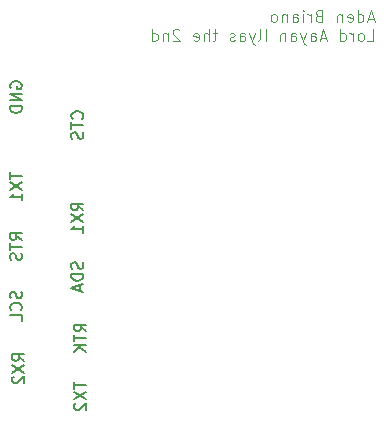
<source format=gbr>
%TF.GenerationSoftware,KiCad,Pcbnew,9.0.3*%
%TF.CreationDate,2026-02-04T18:41:09-06:00*%
%TF.ProjectId,pcblunarroverrfd900x modem,7063626c-756e-4617-9272-6f7665727266,rev?*%
%TF.SameCoordinates,Original*%
%TF.FileFunction,Legend,Bot*%
%TF.FilePolarity,Positive*%
%FSLAX46Y46*%
G04 Gerber Fmt 4.6, Leading zero omitted, Abs format (unit mm)*
G04 Created by KiCad (PCBNEW 9.0.3) date 2026-02-04 18:41:09*
%MOMM*%
%LPD*%
G01*
G04 APERTURE LIST*
%ADD10C,0.150000*%
%ADD11C,0.100000*%
G04 APERTURE END LIST*
D10*
X29824833Y-42707954D02*
X29872453Y-42660335D01*
X29872453Y-42660335D02*
X29920072Y-42517478D01*
X29920072Y-42517478D02*
X29920072Y-42422240D01*
X29920072Y-42422240D02*
X29872453Y-42279383D01*
X29872453Y-42279383D02*
X29777214Y-42184145D01*
X29777214Y-42184145D02*
X29681976Y-42136526D01*
X29681976Y-42136526D02*
X29491500Y-42088907D01*
X29491500Y-42088907D02*
X29348643Y-42088907D01*
X29348643Y-42088907D02*
X29158167Y-42136526D01*
X29158167Y-42136526D02*
X29062929Y-42184145D01*
X29062929Y-42184145D02*
X28967691Y-42279383D01*
X28967691Y-42279383D02*
X28920072Y-42422240D01*
X28920072Y-42422240D02*
X28920072Y-42517478D01*
X28920072Y-42517478D02*
X28967691Y-42660335D01*
X28967691Y-42660335D02*
X29015310Y-42707954D01*
X28920072Y-42993669D02*
X28920072Y-43565097D01*
X29920072Y-43279383D02*
X28920072Y-43279383D01*
X29872453Y-43850812D02*
X29920072Y-43993669D01*
X29920072Y-43993669D02*
X29920072Y-44231764D01*
X29920072Y-44231764D02*
X29872453Y-44327002D01*
X29872453Y-44327002D02*
X29824833Y-44374621D01*
X29824833Y-44374621D02*
X29729595Y-44422240D01*
X29729595Y-44422240D02*
X29634357Y-44422240D01*
X29634357Y-44422240D02*
X29539119Y-44374621D01*
X29539119Y-44374621D02*
X29491500Y-44327002D01*
X29491500Y-44327002D02*
X29443881Y-44231764D01*
X29443881Y-44231764D02*
X29396262Y-44041288D01*
X29396262Y-44041288D02*
X29348643Y-43946050D01*
X29348643Y-43946050D02*
X29301024Y-43898431D01*
X29301024Y-43898431D02*
X29205786Y-43850812D01*
X29205786Y-43850812D02*
X29110548Y-43850812D01*
X29110548Y-43850812D02*
X29015310Y-43898431D01*
X29015310Y-43898431D02*
X28967691Y-43946050D01*
X28967691Y-43946050D02*
X28920072Y-44041288D01*
X28920072Y-44041288D02*
X28920072Y-44279383D01*
X28920072Y-44279383D02*
X28967691Y-44422240D01*
X23720072Y-47243669D02*
X23720072Y-47815097D01*
X24720072Y-47529383D02*
X23720072Y-47529383D01*
X23720072Y-48053193D02*
X24720072Y-48719859D01*
X23720072Y-48719859D02*
X24720072Y-48053193D01*
X24720072Y-49624621D02*
X24720072Y-49053193D01*
X24720072Y-49338907D02*
X23720072Y-49338907D01*
X23720072Y-49338907D02*
X23862929Y-49243669D01*
X23862929Y-49243669D02*
X23958167Y-49148431D01*
X23958167Y-49148431D02*
X24005786Y-49053193D01*
X29920072Y-50457954D02*
X29443881Y-50124621D01*
X29920072Y-49886526D02*
X28920072Y-49886526D01*
X28920072Y-49886526D02*
X28920072Y-50267478D01*
X28920072Y-50267478D02*
X28967691Y-50362716D01*
X28967691Y-50362716D02*
X29015310Y-50410335D01*
X29015310Y-50410335D02*
X29110548Y-50457954D01*
X29110548Y-50457954D02*
X29253405Y-50457954D01*
X29253405Y-50457954D02*
X29348643Y-50410335D01*
X29348643Y-50410335D02*
X29396262Y-50362716D01*
X29396262Y-50362716D02*
X29443881Y-50267478D01*
X29443881Y-50267478D02*
X29443881Y-49886526D01*
X28920072Y-50791288D02*
X29920072Y-51457954D01*
X28920072Y-51457954D02*
X29920072Y-50791288D01*
X29920072Y-52362716D02*
X29920072Y-51791288D01*
X29920072Y-52077002D02*
X28920072Y-52077002D01*
X28920072Y-52077002D02*
X29062929Y-51981764D01*
X29062929Y-51981764D02*
X29158167Y-51886526D01*
X29158167Y-51886526D02*
X29205786Y-51791288D01*
X29872453Y-54838907D02*
X29920072Y-54981764D01*
X29920072Y-54981764D02*
X29920072Y-55219859D01*
X29920072Y-55219859D02*
X29872453Y-55315097D01*
X29872453Y-55315097D02*
X29824833Y-55362716D01*
X29824833Y-55362716D02*
X29729595Y-55410335D01*
X29729595Y-55410335D02*
X29634357Y-55410335D01*
X29634357Y-55410335D02*
X29539119Y-55362716D01*
X29539119Y-55362716D02*
X29491500Y-55315097D01*
X29491500Y-55315097D02*
X29443881Y-55219859D01*
X29443881Y-55219859D02*
X29396262Y-55029383D01*
X29396262Y-55029383D02*
X29348643Y-54934145D01*
X29348643Y-54934145D02*
X29301024Y-54886526D01*
X29301024Y-54886526D02*
X29205786Y-54838907D01*
X29205786Y-54838907D02*
X29110548Y-54838907D01*
X29110548Y-54838907D02*
X29015310Y-54886526D01*
X29015310Y-54886526D02*
X28967691Y-54934145D01*
X28967691Y-54934145D02*
X28920072Y-55029383D01*
X28920072Y-55029383D02*
X28920072Y-55267478D01*
X28920072Y-55267478D02*
X28967691Y-55410335D01*
X29920072Y-55838907D02*
X28920072Y-55838907D01*
X28920072Y-55838907D02*
X28920072Y-56077002D01*
X28920072Y-56077002D02*
X28967691Y-56219859D01*
X28967691Y-56219859D02*
X29062929Y-56315097D01*
X29062929Y-56315097D02*
X29158167Y-56362716D01*
X29158167Y-56362716D02*
X29348643Y-56410335D01*
X29348643Y-56410335D02*
X29491500Y-56410335D01*
X29491500Y-56410335D02*
X29681976Y-56362716D01*
X29681976Y-56362716D02*
X29777214Y-56315097D01*
X29777214Y-56315097D02*
X29872453Y-56219859D01*
X29872453Y-56219859D02*
X29920072Y-56077002D01*
X29920072Y-56077002D02*
X29920072Y-55838907D01*
X29634357Y-56791288D02*
X29634357Y-57267478D01*
X29920072Y-56696050D02*
X28920072Y-57029383D01*
X28920072Y-57029383D02*
X29920072Y-57362716D01*
X23767691Y-40110335D02*
X23720072Y-40015097D01*
X23720072Y-40015097D02*
X23720072Y-39872240D01*
X23720072Y-39872240D02*
X23767691Y-39729383D01*
X23767691Y-39729383D02*
X23862929Y-39634145D01*
X23862929Y-39634145D02*
X23958167Y-39586526D01*
X23958167Y-39586526D02*
X24148643Y-39538907D01*
X24148643Y-39538907D02*
X24291500Y-39538907D01*
X24291500Y-39538907D02*
X24481976Y-39586526D01*
X24481976Y-39586526D02*
X24577214Y-39634145D01*
X24577214Y-39634145D02*
X24672453Y-39729383D01*
X24672453Y-39729383D02*
X24720072Y-39872240D01*
X24720072Y-39872240D02*
X24720072Y-39967478D01*
X24720072Y-39967478D02*
X24672453Y-40110335D01*
X24672453Y-40110335D02*
X24624833Y-40157954D01*
X24624833Y-40157954D02*
X24291500Y-40157954D01*
X24291500Y-40157954D02*
X24291500Y-39967478D01*
X24720072Y-40586526D02*
X23720072Y-40586526D01*
X23720072Y-40586526D02*
X24720072Y-41157954D01*
X24720072Y-41157954D02*
X23720072Y-41157954D01*
X24720072Y-41634145D02*
X23720072Y-41634145D01*
X23720072Y-41634145D02*
X23720072Y-41872240D01*
X23720072Y-41872240D02*
X23767691Y-42015097D01*
X23767691Y-42015097D02*
X23862929Y-42110335D01*
X23862929Y-42110335D02*
X23958167Y-42157954D01*
X23958167Y-42157954D02*
X24148643Y-42205573D01*
X24148643Y-42205573D02*
X24291500Y-42205573D01*
X24291500Y-42205573D02*
X24481976Y-42157954D01*
X24481976Y-42157954D02*
X24577214Y-42110335D01*
X24577214Y-42110335D02*
X24672453Y-42015097D01*
X24672453Y-42015097D02*
X24720072Y-41872240D01*
X24720072Y-41872240D02*
X24720072Y-41634145D01*
X30170072Y-60707954D02*
X29693881Y-60374621D01*
X30170072Y-60136526D02*
X29170072Y-60136526D01*
X29170072Y-60136526D02*
X29170072Y-60517478D01*
X29170072Y-60517478D02*
X29217691Y-60612716D01*
X29217691Y-60612716D02*
X29265310Y-60660335D01*
X29265310Y-60660335D02*
X29360548Y-60707954D01*
X29360548Y-60707954D02*
X29503405Y-60707954D01*
X29503405Y-60707954D02*
X29598643Y-60660335D01*
X29598643Y-60660335D02*
X29646262Y-60612716D01*
X29646262Y-60612716D02*
X29693881Y-60517478D01*
X29693881Y-60517478D02*
X29693881Y-60136526D01*
X29170072Y-60993669D02*
X29170072Y-61565097D01*
X30170072Y-61279383D02*
X29170072Y-61279383D01*
X30170072Y-61898431D02*
X29170072Y-61898431D01*
X30170072Y-62469859D02*
X29598643Y-62041288D01*
X29170072Y-62469859D02*
X29741500Y-61898431D01*
X24720072Y-52957954D02*
X24243881Y-52624621D01*
X24720072Y-52386526D02*
X23720072Y-52386526D01*
X23720072Y-52386526D02*
X23720072Y-52767478D01*
X23720072Y-52767478D02*
X23767691Y-52862716D01*
X23767691Y-52862716D02*
X23815310Y-52910335D01*
X23815310Y-52910335D02*
X23910548Y-52957954D01*
X23910548Y-52957954D02*
X24053405Y-52957954D01*
X24053405Y-52957954D02*
X24148643Y-52910335D01*
X24148643Y-52910335D02*
X24196262Y-52862716D01*
X24196262Y-52862716D02*
X24243881Y-52767478D01*
X24243881Y-52767478D02*
X24243881Y-52386526D01*
X23720072Y-53243669D02*
X23720072Y-53815097D01*
X24720072Y-53529383D02*
X23720072Y-53529383D01*
X24672453Y-54100812D02*
X24720072Y-54243669D01*
X24720072Y-54243669D02*
X24720072Y-54481764D01*
X24720072Y-54481764D02*
X24672453Y-54577002D01*
X24672453Y-54577002D02*
X24624833Y-54624621D01*
X24624833Y-54624621D02*
X24529595Y-54672240D01*
X24529595Y-54672240D02*
X24434357Y-54672240D01*
X24434357Y-54672240D02*
X24339119Y-54624621D01*
X24339119Y-54624621D02*
X24291500Y-54577002D01*
X24291500Y-54577002D02*
X24243881Y-54481764D01*
X24243881Y-54481764D02*
X24196262Y-54291288D01*
X24196262Y-54291288D02*
X24148643Y-54196050D01*
X24148643Y-54196050D02*
X24101024Y-54148431D01*
X24101024Y-54148431D02*
X24005786Y-54100812D01*
X24005786Y-54100812D02*
X23910548Y-54100812D01*
X23910548Y-54100812D02*
X23815310Y-54148431D01*
X23815310Y-54148431D02*
X23767691Y-54196050D01*
X23767691Y-54196050D02*
X23720072Y-54291288D01*
X23720072Y-54291288D02*
X23720072Y-54529383D01*
X23720072Y-54529383D02*
X23767691Y-54672240D01*
X29170072Y-64993669D02*
X29170072Y-65565097D01*
X30170072Y-65279383D02*
X29170072Y-65279383D01*
X29170072Y-65803193D02*
X30170072Y-66469859D01*
X29170072Y-66469859D02*
X30170072Y-65803193D01*
X29265310Y-66803193D02*
X29217691Y-66850812D01*
X29217691Y-66850812D02*
X29170072Y-66946050D01*
X29170072Y-66946050D02*
X29170072Y-67184145D01*
X29170072Y-67184145D02*
X29217691Y-67279383D01*
X29217691Y-67279383D02*
X29265310Y-67327002D01*
X29265310Y-67327002D02*
X29360548Y-67374621D01*
X29360548Y-67374621D02*
X29455786Y-67374621D01*
X29455786Y-67374621D02*
X29598643Y-67327002D01*
X29598643Y-67327002D02*
X30170072Y-66755574D01*
X30170072Y-66755574D02*
X30170072Y-67374621D01*
X24672453Y-57338907D02*
X24720072Y-57481764D01*
X24720072Y-57481764D02*
X24720072Y-57719859D01*
X24720072Y-57719859D02*
X24672453Y-57815097D01*
X24672453Y-57815097D02*
X24624833Y-57862716D01*
X24624833Y-57862716D02*
X24529595Y-57910335D01*
X24529595Y-57910335D02*
X24434357Y-57910335D01*
X24434357Y-57910335D02*
X24339119Y-57862716D01*
X24339119Y-57862716D02*
X24291500Y-57815097D01*
X24291500Y-57815097D02*
X24243881Y-57719859D01*
X24243881Y-57719859D02*
X24196262Y-57529383D01*
X24196262Y-57529383D02*
X24148643Y-57434145D01*
X24148643Y-57434145D02*
X24101024Y-57386526D01*
X24101024Y-57386526D02*
X24005786Y-57338907D01*
X24005786Y-57338907D02*
X23910548Y-57338907D01*
X23910548Y-57338907D02*
X23815310Y-57386526D01*
X23815310Y-57386526D02*
X23767691Y-57434145D01*
X23767691Y-57434145D02*
X23720072Y-57529383D01*
X23720072Y-57529383D02*
X23720072Y-57767478D01*
X23720072Y-57767478D02*
X23767691Y-57910335D01*
X24624833Y-58910335D02*
X24672453Y-58862716D01*
X24672453Y-58862716D02*
X24720072Y-58719859D01*
X24720072Y-58719859D02*
X24720072Y-58624621D01*
X24720072Y-58624621D02*
X24672453Y-58481764D01*
X24672453Y-58481764D02*
X24577214Y-58386526D01*
X24577214Y-58386526D02*
X24481976Y-58338907D01*
X24481976Y-58338907D02*
X24291500Y-58291288D01*
X24291500Y-58291288D02*
X24148643Y-58291288D01*
X24148643Y-58291288D02*
X23958167Y-58338907D01*
X23958167Y-58338907D02*
X23862929Y-58386526D01*
X23862929Y-58386526D02*
X23767691Y-58481764D01*
X23767691Y-58481764D02*
X23720072Y-58624621D01*
X23720072Y-58624621D02*
X23720072Y-58719859D01*
X23720072Y-58719859D02*
X23767691Y-58862716D01*
X23767691Y-58862716D02*
X23815310Y-58910335D01*
X24720072Y-59815097D02*
X24720072Y-59338907D01*
X24720072Y-59338907D02*
X23720072Y-59338907D01*
D11*
X54493987Y-34226507D02*
X54017797Y-34226507D01*
X54589225Y-34512222D02*
X54255892Y-33512222D01*
X54255892Y-33512222D02*
X53922559Y-34512222D01*
X53160654Y-34512222D02*
X53160654Y-33512222D01*
X53160654Y-34464603D02*
X53255892Y-34512222D01*
X53255892Y-34512222D02*
X53446368Y-34512222D01*
X53446368Y-34512222D02*
X53541606Y-34464603D01*
X53541606Y-34464603D02*
X53589225Y-34416983D01*
X53589225Y-34416983D02*
X53636844Y-34321745D01*
X53636844Y-34321745D02*
X53636844Y-34036031D01*
X53636844Y-34036031D02*
X53589225Y-33940793D01*
X53589225Y-33940793D02*
X53541606Y-33893174D01*
X53541606Y-33893174D02*
X53446368Y-33845555D01*
X53446368Y-33845555D02*
X53255892Y-33845555D01*
X53255892Y-33845555D02*
X53160654Y-33893174D01*
X52303511Y-34464603D02*
X52398749Y-34512222D01*
X52398749Y-34512222D02*
X52589225Y-34512222D01*
X52589225Y-34512222D02*
X52684463Y-34464603D01*
X52684463Y-34464603D02*
X52732082Y-34369364D01*
X52732082Y-34369364D02*
X52732082Y-33988412D01*
X52732082Y-33988412D02*
X52684463Y-33893174D01*
X52684463Y-33893174D02*
X52589225Y-33845555D01*
X52589225Y-33845555D02*
X52398749Y-33845555D01*
X52398749Y-33845555D02*
X52303511Y-33893174D01*
X52303511Y-33893174D02*
X52255892Y-33988412D01*
X52255892Y-33988412D02*
X52255892Y-34083650D01*
X52255892Y-34083650D02*
X52732082Y-34178888D01*
X51827320Y-33845555D02*
X51827320Y-34512222D01*
X51827320Y-33940793D02*
X51779701Y-33893174D01*
X51779701Y-33893174D02*
X51684463Y-33845555D01*
X51684463Y-33845555D02*
X51541606Y-33845555D01*
X51541606Y-33845555D02*
X51446368Y-33893174D01*
X51446368Y-33893174D02*
X51398749Y-33988412D01*
X51398749Y-33988412D02*
X51398749Y-34512222D01*
X49827320Y-33988412D02*
X49684463Y-34036031D01*
X49684463Y-34036031D02*
X49636844Y-34083650D01*
X49636844Y-34083650D02*
X49589225Y-34178888D01*
X49589225Y-34178888D02*
X49589225Y-34321745D01*
X49589225Y-34321745D02*
X49636844Y-34416983D01*
X49636844Y-34416983D02*
X49684463Y-34464603D01*
X49684463Y-34464603D02*
X49779701Y-34512222D01*
X49779701Y-34512222D02*
X50160653Y-34512222D01*
X50160653Y-34512222D02*
X50160653Y-33512222D01*
X50160653Y-33512222D02*
X49827320Y-33512222D01*
X49827320Y-33512222D02*
X49732082Y-33559841D01*
X49732082Y-33559841D02*
X49684463Y-33607460D01*
X49684463Y-33607460D02*
X49636844Y-33702698D01*
X49636844Y-33702698D02*
X49636844Y-33797936D01*
X49636844Y-33797936D02*
X49684463Y-33893174D01*
X49684463Y-33893174D02*
X49732082Y-33940793D01*
X49732082Y-33940793D02*
X49827320Y-33988412D01*
X49827320Y-33988412D02*
X50160653Y-33988412D01*
X49160653Y-34512222D02*
X49160653Y-33845555D01*
X49160653Y-34036031D02*
X49113034Y-33940793D01*
X49113034Y-33940793D02*
X49065415Y-33893174D01*
X49065415Y-33893174D02*
X48970177Y-33845555D01*
X48970177Y-33845555D02*
X48874939Y-33845555D01*
X48541605Y-34512222D02*
X48541605Y-33845555D01*
X48541605Y-33512222D02*
X48589224Y-33559841D01*
X48589224Y-33559841D02*
X48541605Y-33607460D01*
X48541605Y-33607460D02*
X48493986Y-33559841D01*
X48493986Y-33559841D02*
X48541605Y-33512222D01*
X48541605Y-33512222D02*
X48541605Y-33607460D01*
X47636844Y-34512222D02*
X47636844Y-33988412D01*
X47636844Y-33988412D02*
X47684463Y-33893174D01*
X47684463Y-33893174D02*
X47779701Y-33845555D01*
X47779701Y-33845555D02*
X47970177Y-33845555D01*
X47970177Y-33845555D02*
X48065415Y-33893174D01*
X47636844Y-34464603D02*
X47732082Y-34512222D01*
X47732082Y-34512222D02*
X47970177Y-34512222D01*
X47970177Y-34512222D02*
X48065415Y-34464603D01*
X48065415Y-34464603D02*
X48113034Y-34369364D01*
X48113034Y-34369364D02*
X48113034Y-34274126D01*
X48113034Y-34274126D02*
X48065415Y-34178888D01*
X48065415Y-34178888D02*
X47970177Y-34131269D01*
X47970177Y-34131269D02*
X47732082Y-34131269D01*
X47732082Y-34131269D02*
X47636844Y-34083650D01*
X47160653Y-33845555D02*
X47160653Y-34512222D01*
X47160653Y-33940793D02*
X47113034Y-33893174D01*
X47113034Y-33893174D02*
X47017796Y-33845555D01*
X47017796Y-33845555D02*
X46874939Y-33845555D01*
X46874939Y-33845555D02*
X46779701Y-33893174D01*
X46779701Y-33893174D02*
X46732082Y-33988412D01*
X46732082Y-33988412D02*
X46732082Y-34512222D01*
X46113034Y-34512222D02*
X46208272Y-34464603D01*
X46208272Y-34464603D02*
X46255891Y-34416983D01*
X46255891Y-34416983D02*
X46303510Y-34321745D01*
X46303510Y-34321745D02*
X46303510Y-34036031D01*
X46303510Y-34036031D02*
X46255891Y-33940793D01*
X46255891Y-33940793D02*
X46208272Y-33893174D01*
X46208272Y-33893174D02*
X46113034Y-33845555D01*
X46113034Y-33845555D02*
X45970177Y-33845555D01*
X45970177Y-33845555D02*
X45874939Y-33893174D01*
X45874939Y-33893174D02*
X45827320Y-33940793D01*
X45827320Y-33940793D02*
X45779701Y-34036031D01*
X45779701Y-34036031D02*
X45779701Y-34321745D01*
X45779701Y-34321745D02*
X45827320Y-34416983D01*
X45827320Y-34416983D02*
X45874939Y-34464603D01*
X45874939Y-34464603D02*
X45970177Y-34512222D01*
X45970177Y-34512222D02*
X46113034Y-34512222D01*
X53970178Y-36122166D02*
X54446368Y-36122166D01*
X54446368Y-36122166D02*
X54446368Y-35122166D01*
X53493987Y-36122166D02*
X53589225Y-36074547D01*
X53589225Y-36074547D02*
X53636844Y-36026927D01*
X53636844Y-36026927D02*
X53684463Y-35931689D01*
X53684463Y-35931689D02*
X53684463Y-35645975D01*
X53684463Y-35645975D02*
X53636844Y-35550737D01*
X53636844Y-35550737D02*
X53589225Y-35503118D01*
X53589225Y-35503118D02*
X53493987Y-35455499D01*
X53493987Y-35455499D02*
X53351130Y-35455499D01*
X53351130Y-35455499D02*
X53255892Y-35503118D01*
X53255892Y-35503118D02*
X53208273Y-35550737D01*
X53208273Y-35550737D02*
X53160654Y-35645975D01*
X53160654Y-35645975D02*
X53160654Y-35931689D01*
X53160654Y-35931689D02*
X53208273Y-36026927D01*
X53208273Y-36026927D02*
X53255892Y-36074547D01*
X53255892Y-36074547D02*
X53351130Y-36122166D01*
X53351130Y-36122166D02*
X53493987Y-36122166D01*
X52732082Y-36122166D02*
X52732082Y-35455499D01*
X52732082Y-35645975D02*
X52684463Y-35550737D01*
X52684463Y-35550737D02*
X52636844Y-35503118D01*
X52636844Y-35503118D02*
X52541606Y-35455499D01*
X52541606Y-35455499D02*
X52446368Y-35455499D01*
X51684463Y-36122166D02*
X51684463Y-35122166D01*
X51684463Y-36074547D02*
X51779701Y-36122166D01*
X51779701Y-36122166D02*
X51970177Y-36122166D01*
X51970177Y-36122166D02*
X52065415Y-36074547D01*
X52065415Y-36074547D02*
X52113034Y-36026927D01*
X52113034Y-36026927D02*
X52160653Y-35931689D01*
X52160653Y-35931689D02*
X52160653Y-35645975D01*
X52160653Y-35645975D02*
X52113034Y-35550737D01*
X52113034Y-35550737D02*
X52065415Y-35503118D01*
X52065415Y-35503118D02*
X51970177Y-35455499D01*
X51970177Y-35455499D02*
X51779701Y-35455499D01*
X51779701Y-35455499D02*
X51684463Y-35503118D01*
X50493986Y-35836451D02*
X50017796Y-35836451D01*
X50589224Y-36122166D02*
X50255891Y-35122166D01*
X50255891Y-35122166D02*
X49922558Y-36122166D01*
X49160653Y-36122166D02*
X49160653Y-35598356D01*
X49160653Y-35598356D02*
X49208272Y-35503118D01*
X49208272Y-35503118D02*
X49303510Y-35455499D01*
X49303510Y-35455499D02*
X49493986Y-35455499D01*
X49493986Y-35455499D02*
X49589224Y-35503118D01*
X49160653Y-36074547D02*
X49255891Y-36122166D01*
X49255891Y-36122166D02*
X49493986Y-36122166D01*
X49493986Y-36122166D02*
X49589224Y-36074547D01*
X49589224Y-36074547D02*
X49636843Y-35979308D01*
X49636843Y-35979308D02*
X49636843Y-35884070D01*
X49636843Y-35884070D02*
X49589224Y-35788832D01*
X49589224Y-35788832D02*
X49493986Y-35741213D01*
X49493986Y-35741213D02*
X49255891Y-35741213D01*
X49255891Y-35741213D02*
X49160653Y-35693594D01*
X48779700Y-35455499D02*
X48541605Y-36122166D01*
X48303510Y-35455499D02*
X48541605Y-36122166D01*
X48541605Y-36122166D02*
X48636843Y-36360261D01*
X48636843Y-36360261D02*
X48684462Y-36407880D01*
X48684462Y-36407880D02*
X48779700Y-36455499D01*
X47493986Y-36122166D02*
X47493986Y-35598356D01*
X47493986Y-35598356D02*
X47541605Y-35503118D01*
X47541605Y-35503118D02*
X47636843Y-35455499D01*
X47636843Y-35455499D02*
X47827319Y-35455499D01*
X47827319Y-35455499D02*
X47922557Y-35503118D01*
X47493986Y-36074547D02*
X47589224Y-36122166D01*
X47589224Y-36122166D02*
X47827319Y-36122166D01*
X47827319Y-36122166D02*
X47922557Y-36074547D01*
X47922557Y-36074547D02*
X47970176Y-35979308D01*
X47970176Y-35979308D02*
X47970176Y-35884070D01*
X47970176Y-35884070D02*
X47922557Y-35788832D01*
X47922557Y-35788832D02*
X47827319Y-35741213D01*
X47827319Y-35741213D02*
X47589224Y-35741213D01*
X47589224Y-35741213D02*
X47493986Y-35693594D01*
X47017795Y-35455499D02*
X47017795Y-36122166D01*
X47017795Y-35550737D02*
X46970176Y-35503118D01*
X46970176Y-35503118D02*
X46874938Y-35455499D01*
X46874938Y-35455499D02*
X46732081Y-35455499D01*
X46732081Y-35455499D02*
X46636843Y-35503118D01*
X46636843Y-35503118D02*
X46589224Y-35598356D01*
X46589224Y-35598356D02*
X46589224Y-36122166D01*
X45351128Y-36122166D02*
X45351128Y-35122166D01*
X44732081Y-36122166D02*
X44827319Y-36074547D01*
X44827319Y-36074547D02*
X44874938Y-35979308D01*
X44874938Y-35979308D02*
X44874938Y-35122166D01*
X44446366Y-35455499D02*
X44208271Y-36122166D01*
X43970176Y-35455499D02*
X44208271Y-36122166D01*
X44208271Y-36122166D02*
X44303509Y-36360261D01*
X44303509Y-36360261D02*
X44351128Y-36407880D01*
X44351128Y-36407880D02*
X44446366Y-36455499D01*
X43160652Y-36122166D02*
X43160652Y-35598356D01*
X43160652Y-35598356D02*
X43208271Y-35503118D01*
X43208271Y-35503118D02*
X43303509Y-35455499D01*
X43303509Y-35455499D02*
X43493985Y-35455499D01*
X43493985Y-35455499D02*
X43589223Y-35503118D01*
X43160652Y-36074547D02*
X43255890Y-36122166D01*
X43255890Y-36122166D02*
X43493985Y-36122166D01*
X43493985Y-36122166D02*
X43589223Y-36074547D01*
X43589223Y-36074547D02*
X43636842Y-35979308D01*
X43636842Y-35979308D02*
X43636842Y-35884070D01*
X43636842Y-35884070D02*
X43589223Y-35788832D01*
X43589223Y-35788832D02*
X43493985Y-35741213D01*
X43493985Y-35741213D02*
X43255890Y-35741213D01*
X43255890Y-35741213D02*
X43160652Y-35693594D01*
X42732080Y-36074547D02*
X42636842Y-36122166D01*
X42636842Y-36122166D02*
X42446366Y-36122166D01*
X42446366Y-36122166D02*
X42351128Y-36074547D01*
X42351128Y-36074547D02*
X42303509Y-35979308D01*
X42303509Y-35979308D02*
X42303509Y-35931689D01*
X42303509Y-35931689D02*
X42351128Y-35836451D01*
X42351128Y-35836451D02*
X42446366Y-35788832D01*
X42446366Y-35788832D02*
X42589223Y-35788832D01*
X42589223Y-35788832D02*
X42684461Y-35741213D01*
X42684461Y-35741213D02*
X42732080Y-35645975D01*
X42732080Y-35645975D02*
X42732080Y-35598356D01*
X42732080Y-35598356D02*
X42684461Y-35503118D01*
X42684461Y-35503118D02*
X42589223Y-35455499D01*
X42589223Y-35455499D02*
X42446366Y-35455499D01*
X42446366Y-35455499D02*
X42351128Y-35503118D01*
X41255889Y-35455499D02*
X40874937Y-35455499D01*
X41113032Y-35122166D02*
X41113032Y-35979308D01*
X41113032Y-35979308D02*
X41065413Y-36074547D01*
X41065413Y-36074547D02*
X40970175Y-36122166D01*
X40970175Y-36122166D02*
X40874937Y-36122166D01*
X40541603Y-36122166D02*
X40541603Y-35122166D01*
X40113032Y-36122166D02*
X40113032Y-35598356D01*
X40113032Y-35598356D02*
X40160651Y-35503118D01*
X40160651Y-35503118D02*
X40255889Y-35455499D01*
X40255889Y-35455499D02*
X40398746Y-35455499D01*
X40398746Y-35455499D02*
X40493984Y-35503118D01*
X40493984Y-35503118D02*
X40541603Y-35550737D01*
X39255889Y-36074547D02*
X39351127Y-36122166D01*
X39351127Y-36122166D02*
X39541603Y-36122166D01*
X39541603Y-36122166D02*
X39636841Y-36074547D01*
X39636841Y-36074547D02*
X39684460Y-35979308D01*
X39684460Y-35979308D02*
X39684460Y-35598356D01*
X39684460Y-35598356D02*
X39636841Y-35503118D01*
X39636841Y-35503118D02*
X39541603Y-35455499D01*
X39541603Y-35455499D02*
X39351127Y-35455499D01*
X39351127Y-35455499D02*
X39255889Y-35503118D01*
X39255889Y-35503118D02*
X39208270Y-35598356D01*
X39208270Y-35598356D02*
X39208270Y-35693594D01*
X39208270Y-35693594D02*
X39684460Y-35788832D01*
X38065412Y-35217404D02*
X38017793Y-35169785D01*
X38017793Y-35169785D02*
X37922555Y-35122166D01*
X37922555Y-35122166D02*
X37684460Y-35122166D01*
X37684460Y-35122166D02*
X37589222Y-35169785D01*
X37589222Y-35169785D02*
X37541603Y-35217404D01*
X37541603Y-35217404D02*
X37493984Y-35312642D01*
X37493984Y-35312642D02*
X37493984Y-35407880D01*
X37493984Y-35407880D02*
X37541603Y-35550737D01*
X37541603Y-35550737D02*
X38113031Y-36122166D01*
X38113031Y-36122166D02*
X37493984Y-36122166D01*
X37065412Y-35455499D02*
X37065412Y-36122166D01*
X37065412Y-35550737D02*
X37017793Y-35503118D01*
X37017793Y-35503118D02*
X36922555Y-35455499D01*
X36922555Y-35455499D02*
X36779698Y-35455499D01*
X36779698Y-35455499D02*
X36684460Y-35503118D01*
X36684460Y-35503118D02*
X36636841Y-35598356D01*
X36636841Y-35598356D02*
X36636841Y-36122166D01*
X35732079Y-36122166D02*
X35732079Y-35122166D01*
X35732079Y-36074547D02*
X35827317Y-36122166D01*
X35827317Y-36122166D02*
X36017793Y-36122166D01*
X36017793Y-36122166D02*
X36113031Y-36074547D01*
X36113031Y-36074547D02*
X36160650Y-36026927D01*
X36160650Y-36026927D02*
X36208269Y-35931689D01*
X36208269Y-35931689D02*
X36208269Y-35645975D01*
X36208269Y-35645975D02*
X36160650Y-35550737D01*
X36160650Y-35550737D02*
X36113031Y-35503118D01*
X36113031Y-35503118D02*
X36017793Y-35455499D01*
X36017793Y-35455499D02*
X35827317Y-35455499D01*
X35827317Y-35455499D02*
X35732079Y-35503118D01*
D10*
X24920072Y-63207954D02*
X24443881Y-62874621D01*
X24920072Y-62636526D02*
X23920072Y-62636526D01*
X23920072Y-62636526D02*
X23920072Y-63017478D01*
X23920072Y-63017478D02*
X23967691Y-63112716D01*
X23967691Y-63112716D02*
X24015310Y-63160335D01*
X24015310Y-63160335D02*
X24110548Y-63207954D01*
X24110548Y-63207954D02*
X24253405Y-63207954D01*
X24253405Y-63207954D02*
X24348643Y-63160335D01*
X24348643Y-63160335D02*
X24396262Y-63112716D01*
X24396262Y-63112716D02*
X24443881Y-63017478D01*
X24443881Y-63017478D02*
X24443881Y-62636526D01*
X23920072Y-63541288D02*
X24920072Y-64207954D01*
X23920072Y-64207954D02*
X24920072Y-63541288D01*
X24015310Y-64541288D02*
X23967691Y-64588907D01*
X23967691Y-64588907D02*
X23920072Y-64684145D01*
X23920072Y-64684145D02*
X23920072Y-64922240D01*
X23920072Y-64922240D02*
X23967691Y-65017478D01*
X23967691Y-65017478D02*
X24015310Y-65065097D01*
X24015310Y-65065097D02*
X24110548Y-65112716D01*
X24110548Y-65112716D02*
X24205786Y-65112716D01*
X24205786Y-65112716D02*
X24348643Y-65065097D01*
X24348643Y-65065097D02*
X24920072Y-64493669D01*
X24920072Y-64493669D02*
X24920072Y-65112716D01*
M02*

</source>
